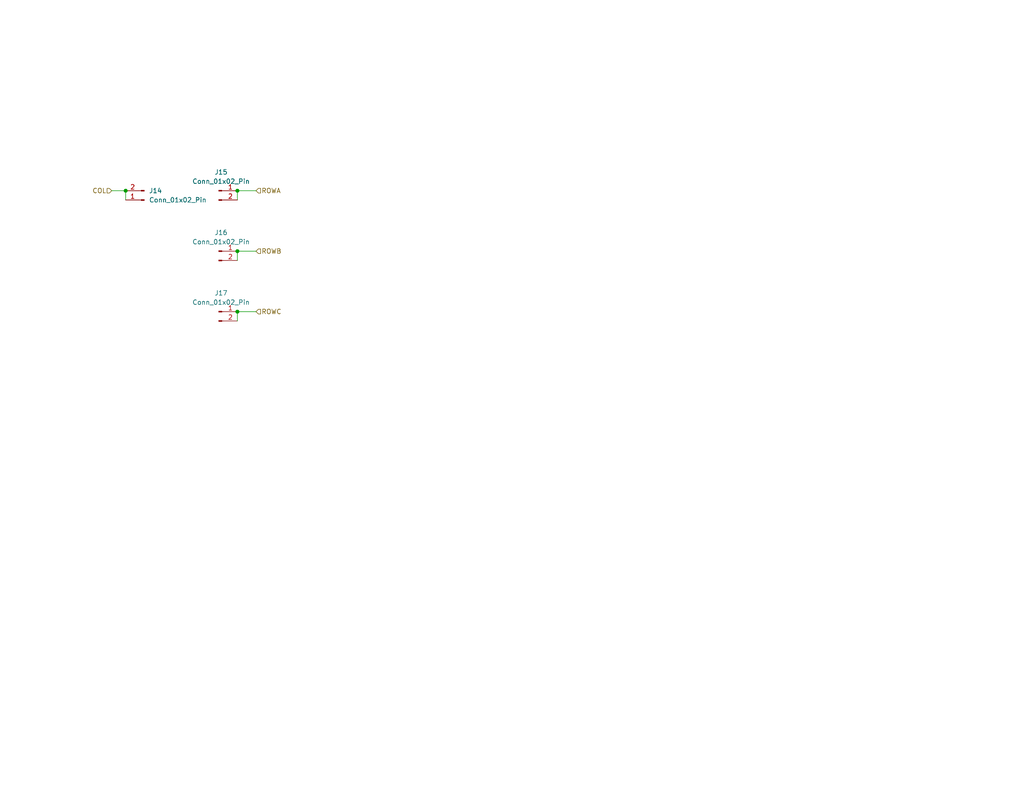
<source format=kicad_sch>
(kicad_sch (version 20231120) (generator "eeschema") (generator_version "8.0")
  (paper "A")
  (lib_symbols
    (symbol "Connector:Conn_01x02_Pin" (pin_names (offset 1.016) hide)
      (property "Reference" "J" (at 0 2.54 0))
      (property "Value" "Conn_01x02_Pin" (at 0 -5.08 0))
      (symbol "Conn_01x02_Pin_1_1"
        (polyline (pts (xy 1.27 -2.54) (xy 0.8636 -2.54)) (stroke (width 0.1524)))
        (polyline (pts (xy 1.27 0) (xy 0.8636 0)) (stroke (width 0.1524)))
        (rectangle (start 0.8636 -2.413) (end 0 -2.667) (stroke (width 0.1524)) (fill (type outline)))
        (rectangle (start 0.8636 0.127) (end 0 -0.127) (stroke (width 0.1524)) (fill (type outline)))
        (pin passive line (at 5.08 0 180) (length 3.81) (name "Pin_1") (number "1"))
        (pin passive line (at 5.08 -2.54 180) (length 3.81) (name "Pin_2") (number "2"))
      )
    )
  )
  (junction (at 64.77 68.58))
  (junction (at 64.77 52.07))
  (junction (at 64.77 85.09))
  (junction (at 34.29 52.07))
  (wire (pts (xy 30.48 52.07) (xy 34.29 52.07)))
  (wire (pts (xy 64.77 68.58) (xy 69.85 68.58)))
  (wire (pts (xy 64.77 85.09) (xy 64.77 87.63)))
  (wire (pts (xy 64.77 68.58) (xy 64.77 71.12)))
  (wire (pts (xy 64.77 52.07) (xy 69.85 52.07)))
  (wire (pts (xy 34.29 52.07) (xy 34.29 54.61)))
  (wire (pts (xy 64.77 85.09) (xy 69.85 85.09)))
  (wire (pts (xy 64.77 52.07) (xy 64.77 54.61)))
  (hierarchical_label "ROWC" (shape input) (at 69.85 85.09 0))
  (hierarchical_label "COL" (shape input) (at 30.48 52.07 180))
  (hierarchical_label "ROWB" (shape input) (at 69.85 68.58 0))
  (hierarchical_label "ROWA" (shape input) (at 69.85 52.07 0))
  (symbol (lib_id "Connector:Conn_01x02_Pin") (at 59.69 68.58 0) (unit 1)
    (property "Reference" "J16" (at 60.325 63.5 0))
    (property "Value" "Conn_01x02_Pin" (at 60.325 66.04 0))
    (property "Footprint" "Connector_PinHeader_2.54mm:PinHeader_1x02_P2.54mm_Vertical" (effects (hide yes)))
    (property "Description" "Generic connector, single row, 01x02, script generated" (effects (hide yes)))
    (instances (project "" (path "" (reference "J16") (unit 1)) (path "" (reference "J4") (unit 1)) (path "" (reference "J8") (unit 1)) (path "" (reference "J12") (unit 1)) (path "" (reference "J24") (unit 1)) (path "" (reference "J20") (unit 1)) (path "" (reference "J28") (unit 1))))
  )
  (symbol (lib_id "Connector:Conn_01x02_Pin") (at 59.69 52.07 0) (unit 1)
    (property "Reference" "J15" (at 60.325 46.99 0))
    (property "Value" "Conn_01x02_Pin" (at 60.325 49.53 0))
    (property "Footprint" "Connector_PinHeader_2.54mm:PinHeader_1x02_P2.54mm_Vertical" (effects (hide yes)))
    (property "Description" "Generic connector, single row, 01x02, script generated" (effects (hide yes)))
    (instances (project "" (path "" (reference "J15") (unit 1)) (path "" (reference "J3") (unit 1)) (path "" (reference "J7") (unit 1)) (path "" (reference "J11") (unit 1)) (path "" (reference "J23") (unit 1)) (path "" (reference "J19") (unit 1)) (path "" (reference "J27") (unit 1))))
  )
  (symbol (lib_id "Connector:Conn_01x02_Pin") (at 59.69 85.09 0) (unit 1)
    (property "Reference" "J17" (at 60.325 80.01 0))
    (property "Value" "Conn_01x02_Pin" (at 60.325 82.55 0))
    (property "Footprint" "Connector_PinHeader_2.54mm:PinHeader_1x02_P2.54mm_Vertical" (effects (hide yes)))
    (property "Description" "Generic connector, single row, 01x02, script generated" (effects (hide yes)))
    (instances (project "" (path "" (reference "J17") (unit 1)) (path "" (reference "J5") (unit 1)) (path "" (reference "J9") (unit 1)) (path "" (reference "J13") (unit 1)) (path "" (reference "J25") (unit 1)) (path "" (reference "J21") (unit 1)) (path "" (reference "J29") (unit 1))))
  )
  (symbol (lib_id "Connector:Conn_01x02_Pin") (at 39.37 54.61 180) (unit 1)
    (property "Reference" "J14" (at 40.64 52.0699 0) (effects (justify right)))
    (property "Value" "Conn_01x02_Pin" (at 40.64 54.6099 0) (effects (justify right)))
    (property "Footprint" "Connector_PinHeader_2.54mm:PinHeader_1x02_P2.54mm_Vertical" (effects (hide yes)))
    (property "Description" "Generic connector, single row, 01x02, script generated" (effects (hide yes)))
    (instances (project "" (path "" (reference "J14") (unit 1)) (path "" (reference "J2") (unit 1)) (path "" (reference "J6") (unit 1)) (path "" (reference "J10") (unit 1)) (path "" (reference "J22") (unit 1)) (path "" (reference "J18") (unit 1)) (path "" (reference "J26") (unit 1))))
  )
)
</source>
